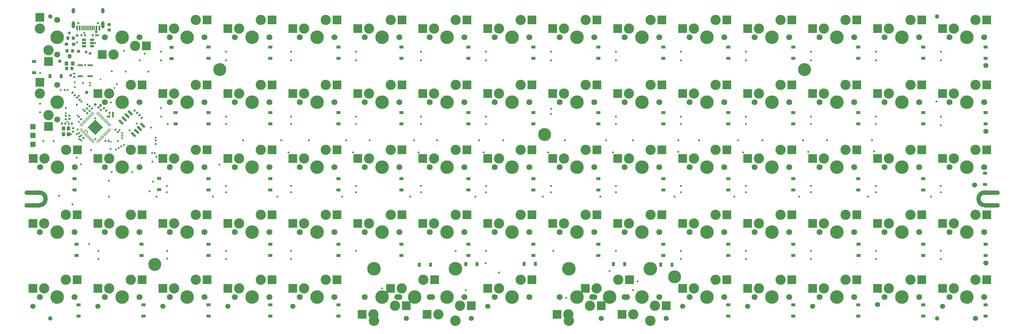
<source format=gbr>
%TF.GenerationSoftware,KiCad,Pcbnew,(6.0.4)*%
%TF.CreationDate,2022-10-29T20:57:45+01:00*%
%TF.ProjectId,nova75,6e6f7661-3735-42e6-9b69-6361645f7063,rev?*%
%TF.SameCoordinates,Original*%
%TF.FileFunction,Soldermask,Bot*%
%TF.FilePolarity,Negative*%
%FSLAX46Y46*%
G04 Gerber Fmt 4.6, Leading zero omitted, Abs format (unit mm)*
G04 Created by KiCad (PCBNEW (6.0.4)) date 2022-10-29 20:57:45*
%MOMM*%
%LPD*%
G01*
G04 APERTURE LIST*
G04 Aperture macros list*
%AMRoundRect*
0 Rectangle with rounded corners*
0 $1 Rounding radius*
0 $2 $3 $4 $5 $6 $7 $8 $9 X,Y pos of 4 corners*
0 Add a 4 corners polygon primitive as box body*
4,1,4,$2,$3,$4,$5,$6,$7,$8,$9,$2,$3,0*
0 Add four circle primitives for the rounded corners*
1,1,$1+$1,$2,$3*
1,1,$1+$1,$4,$5*
1,1,$1+$1,$6,$7*
1,1,$1+$1,$8,$9*
0 Add four rect primitives between the rounded corners*
20,1,$1+$1,$2,$3,$4,$5,0*
20,1,$1+$1,$4,$5,$6,$7,0*
20,1,$1+$1,$6,$7,$8,$9,0*
20,1,$1+$1,$8,$9,$2,$3,0*%
G04 Aperture macros list end*
%ADD10C,1.250000*%
%ADD11C,3.000000*%
%ADD12C,1.750000*%
%ADD13C,3.987800*%
%ADD14R,2.550000X2.500000*%
%ADD15C,2.200000*%
%ADD16C,3.800000*%
%ADD17C,3.048000*%
%ADD18C,1.300000*%
%ADD19R,2.500000X2.550000*%
%ADD20C,1.500000*%
%ADD21R,1.200000X0.900000*%
%ADD22R,1.500000X1.500000*%
%ADD23RoundRect,0.225000X-0.225000X-0.250000X0.225000X-0.250000X0.225000X0.250000X-0.225000X0.250000X0*%
%ADD24RoundRect,0.135000X0.226274X0.035355X0.035355X0.226274X-0.226274X-0.035355X-0.035355X-0.226274X0*%
%ADD25RoundRect,0.140000X-0.021213X0.219203X-0.219203X0.021213X0.021213X-0.219203X0.219203X-0.021213X0*%
%ADD26RoundRect,0.120000X-0.380000X-0.280000X0.380000X-0.280000X0.380000X0.280000X-0.380000X0.280000X0*%
%ADD27RoundRect,0.150000X0.350000X-0.425000X0.350000X0.425000X-0.350000X0.425000X-0.350000X-0.425000X0*%
%ADD28R,0.900000X1.200000*%
%ADD29RoundRect,0.082500X-0.667500X0.192500X-0.667500X-0.192500X0.667500X-0.192500X0.667500X0.192500X0*%
%ADD30C,0.650000*%
%ADD31R,0.600000X1.450000*%
%ADD32R,0.300000X1.450000*%
%ADD33O,1.000000X1.600000*%
%ADD34O,1.000000X2.100000*%
%ADD35RoundRect,0.135000X0.185000X-0.135000X0.185000X0.135000X-0.185000X0.135000X-0.185000X-0.135000X0*%
%ADD36RoundRect,0.140000X-0.140000X-0.170000X0.140000X-0.170000X0.140000X0.170000X-0.140000X0.170000X0*%
%ADD37RoundRect,0.050000X0.309359X-0.238649X-0.238649X0.309359X-0.309359X0.238649X0.238649X-0.309359X0*%
%ADD38RoundRect,0.050000X0.309359X0.238649X0.238649X0.309359X-0.309359X-0.238649X-0.238649X-0.309359X0*%
%ADD39RoundRect,0.144000X2.059095X0.000000X0.000000X2.059095X-2.059095X0.000000X0.000000X-2.059095X0*%
%ADD40C,1.000000*%
%ADD41RoundRect,0.135000X-0.135000X-0.185000X0.135000X-0.185000X0.135000X0.185000X-0.135000X0.185000X0*%
%ADD42RoundRect,0.150000X0.618718X-0.406586X-0.406586X0.618718X-0.618718X0.406586X0.406586X-0.618718X0*%
%ADD43RoundRect,0.135000X-0.226274X-0.035355X-0.035355X-0.226274X0.226274X0.035355X0.035355X0.226274X0*%
%ADD44RoundRect,0.135000X-0.185000X0.135000X-0.185000X-0.135000X0.185000X-0.135000X0.185000X0.135000X0*%
%ADD45RoundRect,0.140000X0.140000X0.170000X-0.140000X0.170000X-0.140000X-0.170000X0.140000X-0.170000X0*%
%ADD46RoundRect,0.140000X-0.219203X-0.021213X-0.021213X-0.219203X0.219203X0.021213X0.021213X0.219203X0*%
%ADD47RoundRect,0.218750X0.256250X-0.218750X0.256250X0.218750X-0.256250X0.218750X-0.256250X-0.218750X0*%
%ADD48RoundRect,0.140000X0.219203X0.021213X0.021213X0.219203X-0.219203X-0.021213X-0.021213X-0.219203X0*%
%ADD49RoundRect,0.150000X0.475000X0.150000X-0.475000X0.150000X-0.475000X-0.150000X0.475000X-0.150000X0*%
%ADD50RoundRect,0.147500X0.172500X-0.147500X0.172500X0.147500X-0.172500X0.147500X-0.172500X-0.147500X0*%
%ADD51RoundRect,0.218750X0.218750X0.256250X-0.218750X0.256250X-0.218750X-0.256250X0.218750X-0.256250X0*%
%ADD52R,1.016000X1.200000*%
%ADD53C,0.600000*%
%ADD54C,0.800000*%
%ADD55C,0.500000*%
G04 APERTURE END LIST*
D10*
%TO.C,HOLE*%
X28990518Y-109767675D02*
X32699418Y-109767675D01*
X32699418Y-106017675D02*
X28990518Y-106017675D01*
X32699418Y-109767675D02*
G75*
G03*
X32699418Y-106017675I0J1875000D01*
G01*
X309984710Y-109764059D02*
X313693610Y-109764059D01*
X313693610Y-106014059D02*
X309984710Y-106014059D01*
X309984710Y-106014059D02*
G75*
G03*
X309984710Y-109764059I0J-1875000D01*
G01*
%TD*%
D11*
%TO.C,K22*%
X148481700Y-77006330D03*
X154831700Y-74466330D03*
D12*
X147211700Y-79546330D03*
D13*
X152291700Y-79546330D03*
D12*
X157371700Y-79546330D03*
D14*
X145206700Y-77006330D03*
X158133700Y-74466330D03*
%TD*%
D11*
%TO.C,K20*%
X116731700Y-74466330D03*
D12*
X109111700Y-79546330D03*
X119271700Y-79546330D03*
D11*
X110381700Y-77006330D03*
D13*
X114191700Y-79546330D03*
D14*
X107106700Y-77006330D03*
X120033700Y-74466330D03*
%TD*%
D12*
%TO.C,K8*%
X166261700Y-60496330D03*
D11*
X173881700Y-55416330D03*
D12*
X176421700Y-60496330D03*
D13*
X171341700Y-60496330D03*
D11*
X167531700Y-57956330D03*
D14*
X164256700Y-57956330D03*
X177183700Y-55416330D03*
%TD*%
D13*
%TO.C,K71*%
X228491700Y-136696330D03*
D11*
X224681700Y-134156330D03*
D12*
X233571700Y-136696330D03*
D11*
X231031700Y-131616330D03*
D12*
X223411700Y-136696330D03*
D14*
X221406700Y-134156330D03*
X234333700Y-131616330D03*
%TD*%
D11*
%TO.C,K76*%
X130701700Y-141776330D03*
D13*
X133241700Y-136696330D03*
D12*
X128161700Y-136696330D03*
X138321700Y-136696330D03*
D11*
X137051700Y-139236330D03*
D14*
X140326700Y-139236330D03*
X127399700Y-141776330D03*
%TD*%
D12*
%TO.C,K23*%
X166261700Y-79546330D03*
D13*
X171341700Y-79546330D03*
D12*
X176421700Y-79546330D03*
D11*
X167531700Y-77006330D03*
X173881700Y-74466330D03*
D14*
X164256700Y-77006330D03*
X177183700Y-74466330D03*
%TD*%
D12*
%TO.C,K11*%
X223411700Y-60496330D03*
X233571700Y-60496330D03*
D13*
X228491700Y-60496330D03*
D11*
X231031700Y-55416330D03*
X224681700Y-57956330D03*
D14*
X221406700Y-57956330D03*
X234333700Y-55416330D03*
%TD*%
D15*
%TO.C,H9*%
X218990617Y-130796675D03*
X219366377Y-130796675D03*
X218608281Y-130796675D03*
D16*
X218990617Y-130796675D03*
%TD*%
D12*
%TO.C,K44*%
X280561700Y-98596330D03*
D11*
X281831700Y-96056330D03*
D13*
X285641700Y-98596330D03*
D11*
X288181700Y-93516330D03*
D12*
X290721700Y-98596330D03*
D14*
X278556700Y-96056330D03*
X291483700Y-93516330D03*
%TD*%
D12*
%TO.C,K5*%
X109111700Y-60496330D03*
D11*
X110381700Y-57956330D03*
D12*
X119271700Y-60496330D03*
D13*
X114191700Y-60496330D03*
D11*
X116731700Y-55416330D03*
D14*
X107106700Y-57956330D03*
X120033700Y-55416330D03*
%TD*%
D12*
%TO.C,K39*%
X195471700Y-98596330D03*
X185311700Y-98596330D03*
D11*
X192931700Y-93516330D03*
X186581700Y-96056330D03*
D13*
X190391700Y-98596330D03*
D14*
X183306700Y-96056330D03*
X196233700Y-93516330D03*
%TD*%
D11*
%TO.C,K17*%
X53231700Y-77006330D03*
D13*
X57041700Y-79546330D03*
D12*
X51961700Y-79546330D03*
D11*
X59581700Y-74466330D03*
D12*
X62121700Y-79546330D03*
D14*
X49956700Y-77006330D03*
X62883700Y-74466330D03*
%TD*%
D12*
%TO.C,K3*%
X71011700Y-60496330D03*
D11*
X78631700Y-55416330D03*
X72281700Y-57956330D03*
D12*
X81171700Y-60496330D03*
D13*
X76091700Y-60496330D03*
D14*
X69006700Y-57956330D03*
X81933700Y-55416330D03*
%TD*%
D13*
%TO.C,K66*%
X142766700Y-136696330D03*
D17*
X130828700Y-143681330D03*
D13*
X130828700Y-128441330D03*
X154704700Y-128441330D03*
D11*
X145306700Y-131616330D03*
D12*
X137686700Y-136696330D03*
D11*
X138956700Y-134156330D03*
D17*
X154704700Y-143681330D03*
D12*
X147846700Y-136696330D03*
D14*
X135681700Y-134156330D03*
X148608700Y-131616330D03*
%TD*%
D12*
%TO.C,K12*%
X252621700Y-60496330D03*
D11*
X243731700Y-57956330D03*
D12*
X242461700Y-60496330D03*
D13*
X247541700Y-60496330D03*
D11*
X250081700Y-55416330D03*
D14*
X240456700Y-57956330D03*
X253383700Y-55416330D03*
%TD*%
D11*
%TO.C,K49*%
X97681700Y-112566330D03*
X91331700Y-115106330D03*
D13*
X95141700Y-117646330D03*
D12*
X100221700Y-117646330D03*
X90061700Y-117646330D03*
D14*
X88056700Y-115106330D03*
X100983700Y-112566330D03*
%TD*%
D15*
%TO.C,H2*%
X85990723Y-70017291D03*
X85232627Y-70017291D03*
X85614963Y-70017291D03*
D16*
X85614963Y-70017291D03*
%TD*%
D12*
%TO.C,K43*%
X261511700Y-98596330D03*
X271671700Y-98596330D03*
D11*
X262781700Y-96056330D03*
X269131700Y-93516330D03*
D13*
X266591700Y-98596330D03*
D14*
X259506700Y-96056330D03*
X272433700Y-93516330D03*
%TD*%
D11*
%TO.C,K45*%
X307231700Y-93516330D03*
D13*
X304691700Y-98596330D03*
D12*
X299611700Y-98596330D03*
X309771700Y-98596330D03*
D11*
X300881700Y-96056330D03*
D14*
X297606700Y-96056330D03*
X310533700Y-93516330D03*
%TD*%
D11*
%TO.C,K34*%
X97681700Y-93516330D03*
D12*
X100221700Y-98596330D03*
D13*
X95141700Y-98596330D03*
D11*
X91331700Y-96056330D03*
D12*
X90061700Y-98596330D03*
D14*
X88056700Y-96056330D03*
X100983700Y-93516330D03*
%TD*%
D18*
%TO.C,H5*%
X295928700Y-142944330D03*
%TD*%
D11*
%TO.C,K61*%
X34181700Y-134156330D03*
D13*
X37991700Y-136696330D03*
D11*
X40531700Y-131616330D03*
D12*
X32911700Y-136696330D03*
X43071700Y-136696330D03*
D14*
X30906700Y-134156330D03*
X43833700Y-131616330D03*
%TD*%
D11*
%TO.C,K21*%
X129431700Y-77006330D03*
D12*
X138321700Y-79546330D03*
X128161700Y-79546330D03*
D11*
X135781700Y-74466330D03*
D13*
X133241700Y-79546330D03*
D14*
X126156700Y-77006330D03*
X139083700Y-74466330D03*
%TD*%
D13*
%TO.C,K1*%
X37991700Y-60496330D03*
D11*
X32911700Y-57956330D03*
X35451700Y-64306330D03*
D12*
X37991700Y-55416330D03*
X37991700Y-65576330D03*
D19*
X35451700Y-67581330D03*
X32911700Y-54654330D03*
%TD*%
D11*
%TO.C,K48*%
X78631700Y-112566330D03*
X72281700Y-115106330D03*
D12*
X71011700Y-117646330D03*
D13*
X76091700Y-117646330D03*
D12*
X81171700Y-117646330D03*
D14*
X69006700Y-115106330D03*
X81933700Y-112566330D03*
%TD*%
D12*
%TO.C,K52*%
X147211700Y-117646330D03*
D11*
X148481700Y-115106330D03*
D12*
X157371700Y-117646330D03*
D13*
X152291700Y-117646330D03*
D11*
X154831700Y-112566330D03*
D14*
X145206700Y-115106330D03*
X158133700Y-112566330D03*
%TD*%
D12*
%TO.C,K73*%
X271671700Y-136696330D03*
D11*
X269131700Y-131616330D03*
D12*
X261511700Y-136696330D03*
D13*
X266591700Y-136696330D03*
D11*
X262781700Y-134156330D03*
D14*
X259506700Y-134156330D03*
X272433700Y-131616330D03*
%TD*%
D13*
%TO.C,K41*%
X228491700Y-98596330D03*
D11*
X224681700Y-96056330D03*
D12*
X233571700Y-98596330D03*
X223411700Y-98596330D03*
D11*
X231031700Y-93516330D03*
D14*
X221406700Y-96056330D03*
X234333700Y-93516330D03*
%TD*%
D18*
%TO.C,H7*%
X295928700Y-54425330D03*
%TD*%
D12*
%TO.C,K2*%
X62121700Y-60496330D03*
X51961700Y-60496330D03*
D11*
X54501700Y-65576330D03*
X60851700Y-63036330D03*
D13*
X57041700Y-60496330D03*
D14*
X64126700Y-63036330D03*
X51199700Y-65576330D03*
%TD*%
D13*
%TO.C,K18*%
X76091700Y-79546330D03*
D11*
X72281700Y-77006330D03*
D12*
X71011700Y-79546330D03*
X81171700Y-79546330D03*
D11*
X78631700Y-74466330D03*
D14*
X69006700Y-77006330D03*
X81933700Y-74466330D03*
%TD*%
D12*
%TO.C,K7*%
X157371700Y-60496330D03*
D11*
X154831700Y-55416330D03*
D12*
X147211700Y-60496330D03*
D13*
X152291700Y-60496330D03*
D11*
X148481700Y-57956330D03*
D14*
X145206700Y-57956330D03*
X158133700Y-55416330D03*
%TD*%
D12*
%TO.C,K10*%
X214521700Y-60496330D03*
X204361700Y-60496330D03*
D13*
X209441700Y-60496330D03*
D11*
X211981700Y-55416330D03*
X205631700Y-57956330D03*
D14*
X202356700Y-57956330D03*
X215283700Y-55416330D03*
%TD*%
D13*
%TO.C,K24*%
X190391700Y-79546330D03*
D11*
X192931700Y-74466330D03*
D12*
X195471700Y-79546330D03*
D11*
X186581700Y-77006330D03*
D12*
X185311700Y-79546330D03*
D14*
X183306700Y-77006330D03*
X196233700Y-74466330D03*
%TD*%
D12*
%TO.C,K30*%
X299611700Y-79546330D03*
D11*
X307231700Y-74466330D03*
X300881700Y-77006330D03*
D12*
X309771700Y-79546330D03*
D13*
X304691700Y-79546330D03*
D14*
X297606700Y-77006330D03*
X310533700Y-74466330D03*
%TD*%
D12*
%TO.C,K55*%
X214521700Y-117646330D03*
D13*
X209441700Y-117646330D03*
D11*
X211981700Y-112566330D03*
D12*
X204361700Y-117646330D03*
D11*
X205631700Y-115106330D03*
D14*
X202356700Y-115106330D03*
X215283700Y-112566330D03*
%TD*%
D12*
%TO.C,K59*%
X280561700Y-117646330D03*
D11*
X281831700Y-115106330D03*
X288181700Y-112566330D03*
D12*
X290721700Y-117646330D03*
D13*
X285641700Y-117646330D03*
D14*
X278556700Y-115106330D03*
X291483700Y-112566330D03*
%TD*%
D13*
%TO.C,K62*%
X57041700Y-136696330D03*
D11*
X53231700Y-134156330D03*
D12*
X62121700Y-136696330D03*
X51961700Y-136696330D03*
D11*
X59581700Y-131616330D03*
D14*
X49956700Y-134156330D03*
X62883700Y-131616330D03*
%TD*%
D11*
%TO.C,K58*%
X269131700Y-112566330D03*
X262781700Y-115106330D03*
D12*
X261511700Y-117646330D03*
D13*
X266591700Y-117646330D03*
D12*
X271671700Y-117646330D03*
D14*
X259506700Y-115106330D03*
X272433700Y-112566330D03*
%TD*%
D11*
%TO.C,K37*%
X148481700Y-96056330D03*
D12*
X147211700Y-98596330D03*
D11*
X154831700Y-93516330D03*
D13*
X152291700Y-98596330D03*
D12*
X157371700Y-98596330D03*
D14*
X145206700Y-96056330D03*
X158133700Y-93516330D03*
%TD*%
D11*
%TO.C,K54*%
X186581700Y-115106330D03*
X192931700Y-112566330D03*
D13*
X190391700Y-117646330D03*
D12*
X185311700Y-117646330D03*
X195471700Y-117646330D03*
D14*
X183306700Y-115106330D03*
X196233700Y-112566330D03*
%TD*%
D12*
%TO.C,K15*%
X309771700Y-60496330D03*
D11*
X300881700Y-57956330D03*
D12*
X299611700Y-60496330D03*
D11*
X307231700Y-55416330D03*
D13*
X304691700Y-60496330D03*
D14*
X297606700Y-57956330D03*
X310533700Y-55416330D03*
%TD*%
D11*
%TO.C,K33*%
X78631700Y-93516330D03*
D13*
X76091700Y-98596330D03*
D11*
X72281700Y-96056330D03*
D12*
X81171700Y-98596330D03*
X71011700Y-98596330D03*
D14*
X69006700Y-96056330D03*
X81933700Y-93516330D03*
%TD*%
D12*
%TO.C,K31*%
X32984433Y-98592690D03*
X43144433Y-98592690D03*
D13*
X38064433Y-98592690D03*
D11*
X34254433Y-96052690D03*
X40604433Y-93512690D03*
D14*
X30979433Y-96052690D03*
X43906433Y-93512690D03*
%TD*%
D12*
%TO.C,K38*%
X166261700Y-98596330D03*
D13*
X171341700Y-98596330D03*
D12*
X176421700Y-98596330D03*
D11*
X167531700Y-96056330D03*
X173881700Y-93516330D03*
D14*
X164256700Y-96056330D03*
X177183700Y-93516330D03*
%TD*%
D12*
%TO.C,K4*%
X90061700Y-60496330D03*
D13*
X95141700Y-60496330D03*
D11*
X97681700Y-55416330D03*
X91331700Y-57956330D03*
D12*
X100221700Y-60496330D03*
D14*
X88056700Y-57956330D03*
X100983700Y-55416330D03*
%TD*%
D11*
%TO.C,K27*%
X243731700Y-77006330D03*
D12*
X252621700Y-79546330D03*
D11*
X250081700Y-74466330D03*
D12*
X242461700Y-79546330D03*
D13*
X247541700Y-79546330D03*
D14*
X240456700Y-77006330D03*
X253383700Y-74466330D03*
%TD*%
D11*
%TO.C,K14*%
X281831700Y-57956330D03*
D13*
X285641700Y-60496330D03*
D11*
X288181700Y-55416330D03*
D12*
X290721700Y-60496330D03*
X280561700Y-60496330D03*
D14*
X278556700Y-57956330D03*
X291483700Y-55416330D03*
%TD*%
D11*
%TO.C,K28*%
X269131700Y-74466330D03*
D12*
X261511700Y-79546330D03*
D13*
X266591700Y-79546330D03*
D11*
X262781700Y-77006330D03*
D12*
X271671700Y-79546330D03*
D14*
X259506700Y-77006330D03*
X272433700Y-74466330D03*
%TD*%
D12*
%TO.C,K70*%
X204361700Y-136696330D03*
D11*
X213251700Y-139236330D03*
X206901700Y-141776330D03*
D12*
X214521700Y-136696330D03*
D13*
X209441700Y-136696330D03*
D14*
X216526700Y-139236330D03*
X203599700Y-141776330D03*
%TD*%
D12*
%TO.C,K60*%
X309771700Y-117646330D03*
D13*
X304691700Y-117646330D03*
D11*
X307231700Y-112566330D03*
D12*
X299611700Y-117646330D03*
D11*
X300881700Y-115106330D03*
D14*
X297606700Y-115106330D03*
X310533700Y-112566330D03*
%TD*%
D12*
%TO.C,K6*%
X128161700Y-60496330D03*
D11*
X129431700Y-57956330D03*
D12*
X138321700Y-60496330D03*
D13*
X133241700Y-60496330D03*
D11*
X135781700Y-55416330D03*
D14*
X126156700Y-57956330D03*
X139083700Y-55416330D03*
%TD*%
D12*
%TO.C,K75*%
X299611700Y-136696330D03*
D13*
X304691700Y-136696330D03*
D11*
X307231700Y-131616330D03*
D12*
X309771700Y-136696330D03*
D11*
X300881700Y-134156330D03*
D14*
X297606700Y-134156330D03*
X310533700Y-131616330D03*
%TD*%
D11*
%TO.C,K19*%
X91331700Y-77006330D03*
D12*
X90061700Y-79546330D03*
D13*
X95141700Y-79546330D03*
D12*
X100221700Y-79546330D03*
D11*
X97681700Y-74466330D03*
D14*
X88056700Y-77006330D03*
X100983700Y-74466330D03*
%TD*%
D17*
%TO.C,K69*%
X187978700Y-143681330D03*
D13*
X199916700Y-136696330D03*
X211854700Y-128441330D03*
X187978700Y-128441330D03*
D11*
X196106700Y-134156330D03*
D12*
X194836700Y-136696330D03*
D17*
X211854700Y-143681330D03*
D12*
X204996700Y-136696330D03*
D11*
X202456700Y-131616330D03*
D14*
X192831700Y-134156330D03*
X205758700Y-131616330D03*
%TD*%
D11*
%TO.C,K25*%
X205631700Y-77006330D03*
D12*
X214521700Y-79546330D03*
D13*
X209441700Y-79546330D03*
D12*
X204361700Y-79546330D03*
D11*
X211981700Y-74466330D03*
D14*
X202356700Y-77006330D03*
X215283700Y-74466330D03*
%TD*%
D12*
%TO.C,K68*%
X176421700Y-136696330D03*
D11*
X173881700Y-131616330D03*
D13*
X171341700Y-136696330D03*
D12*
X166261700Y-136696330D03*
D11*
X167531700Y-134156330D03*
D14*
X164256700Y-134156330D03*
X177183700Y-131616330D03*
%TD*%
D11*
%TO.C,K13*%
X262781700Y-57956330D03*
D12*
X271671700Y-60496330D03*
X261511700Y-60496330D03*
D13*
X266591700Y-60496330D03*
D11*
X269131700Y-55416330D03*
D14*
X259506700Y-57956330D03*
X272433700Y-55416330D03*
%TD*%
D12*
%TO.C,K53*%
X166261700Y-117646330D03*
X176421700Y-117646330D03*
D11*
X167531700Y-115106330D03*
D13*
X171341700Y-117646330D03*
D11*
X173881700Y-112566330D03*
D14*
X164256700Y-115106330D03*
X177183700Y-112566330D03*
%TD*%
D12*
%TO.C,K74*%
X280561700Y-136696330D03*
D13*
X285641700Y-136696330D03*
D12*
X290721700Y-136696330D03*
D11*
X281831700Y-134156330D03*
X288181700Y-131616330D03*
D14*
X278556700Y-134156330D03*
X291483700Y-131616330D03*
%TD*%
D11*
%TO.C,K51*%
X135781700Y-112566330D03*
D12*
X128161700Y-117646330D03*
X138321700Y-117646330D03*
D11*
X129431700Y-115106330D03*
D13*
X133241700Y-117646330D03*
D14*
X126156700Y-115106330D03*
X139083700Y-112566330D03*
%TD*%
D18*
%TO.C,H1*%
X35959700Y-54425330D03*
%TD*%
D15*
%TO.C,H8*%
X257066377Y-69984605D03*
X256684041Y-69984605D03*
X257442137Y-69984605D03*
D16*
X257066377Y-69984605D03*
%TD*%
D11*
%TO.C,K64*%
X91331700Y-134156330D03*
X97681700Y-131616330D03*
D12*
X100221700Y-136696330D03*
X90061700Y-136696330D03*
D13*
X95141700Y-136696330D03*
D14*
X88056700Y-134156330D03*
X100983700Y-131616330D03*
%TD*%
D11*
%TO.C,K56*%
X231031700Y-112566330D03*
D13*
X228491700Y-117646330D03*
D12*
X233571700Y-117646330D03*
D11*
X224681700Y-115106330D03*
D12*
X223411700Y-117646330D03*
D14*
X221406700Y-115106330D03*
X234333700Y-112566330D03*
%TD*%
D11*
%TO.C,K72*%
X250081700Y-131616330D03*
D12*
X252621700Y-136696330D03*
D13*
X247541700Y-136696330D03*
D12*
X242461700Y-136696330D03*
D11*
X243731700Y-134156330D03*
D14*
X240456700Y-134156330D03*
X253383700Y-131616330D03*
%TD*%
D15*
%TO.C,H4*%
X180870757Y-89073713D03*
X181246517Y-89073713D03*
X180488421Y-89073713D03*
D16*
X180870757Y-89073713D03*
%TD*%
D11*
%TO.C,K47*%
X59581700Y-112566330D03*
D12*
X51961700Y-117646330D03*
X62121700Y-117646330D03*
D11*
X53231700Y-115106330D03*
D13*
X57041700Y-117646330D03*
D14*
X49956700Y-115106330D03*
X62883700Y-112566330D03*
%TD*%
D11*
%TO.C,K67*%
X149751700Y-141776330D03*
D12*
X157371700Y-136696330D03*
D11*
X156101700Y-139236330D03*
D12*
X147211700Y-136696330D03*
D13*
X152291700Y-136696330D03*
D14*
X159376700Y-139236330D03*
X146449700Y-141776330D03*
%TD*%
D13*
%TO.C,K77*%
X190391700Y-136696330D03*
D12*
X195471700Y-136696330D03*
X185311700Y-136696330D03*
D11*
X194201700Y-139236330D03*
X187851700Y-141776330D03*
D14*
X197476700Y-139236330D03*
X184549700Y-141776330D03*
%TD*%
D11*
%TO.C,K29*%
X288181700Y-74466330D03*
D13*
X285641700Y-79546330D03*
D11*
X281831700Y-77006330D03*
D12*
X290721700Y-79546330D03*
X280561700Y-79546330D03*
D14*
X278556700Y-77006330D03*
X291483700Y-74466330D03*
%TD*%
D13*
%TO.C,K35*%
X114191700Y-98596330D03*
D11*
X116731700Y-93516330D03*
X110381700Y-96056330D03*
D12*
X119271700Y-98596330D03*
X109111700Y-98596330D03*
D14*
X107106700Y-96056330D03*
X120033700Y-93516330D03*
%TD*%
D15*
%TO.C,H6*%
X66942782Y-127163469D03*
X66184686Y-127163469D03*
X66567022Y-127163469D03*
D16*
X66567022Y-127163469D03*
%TD*%
D11*
%TO.C,K46*%
X40531700Y-112566330D03*
X34181700Y-115106330D03*
D12*
X43071700Y-117646330D03*
D13*
X37991700Y-117646330D03*
D12*
X32911700Y-117646330D03*
D14*
X30906700Y-115106330D03*
X43833700Y-112566330D03*
%TD*%
D11*
%TO.C,K9*%
X186581700Y-57956330D03*
D12*
X185311700Y-60496330D03*
X195471700Y-60496330D03*
D11*
X192931700Y-55416330D03*
D13*
X190391700Y-60496330D03*
D14*
X183306700Y-57956330D03*
X196233700Y-55416330D03*
%TD*%
D12*
%TO.C,K16*%
X37991700Y-74466330D03*
D11*
X35451700Y-83356330D03*
D13*
X37991700Y-79546330D03*
D11*
X32911700Y-77006330D03*
D12*
X37991700Y-84626330D03*
D19*
X35451700Y-86631330D03*
X32911700Y-73704330D03*
%TD*%
D11*
%TO.C,K63*%
X78631700Y-131616330D03*
D13*
X76091700Y-136696330D03*
D11*
X72281700Y-134156330D03*
D12*
X71011700Y-136696330D03*
X81171700Y-136696330D03*
D14*
X69006700Y-134156330D03*
X81933700Y-131616330D03*
%TD*%
D11*
%TO.C,K26*%
X224681700Y-77006330D03*
D12*
X223411700Y-79546330D03*
D13*
X228491700Y-79546330D03*
D11*
X231031700Y-74466330D03*
D12*
X233571700Y-79546330D03*
D14*
X221406700Y-77006330D03*
X234333700Y-74466330D03*
%TD*%
D18*
%TO.C,H3*%
X35959700Y-142944330D03*
%TD*%
D11*
%TO.C,K42*%
X243731700Y-96056330D03*
D12*
X252621700Y-98596330D03*
D13*
X247541700Y-98596330D03*
D12*
X242461700Y-98596330D03*
D11*
X250081700Y-93516330D03*
D14*
X240456700Y-96056330D03*
X253383700Y-93516330D03*
%TD*%
D13*
%TO.C,K40*%
X209441700Y-98596330D03*
D12*
X204361700Y-98596330D03*
D11*
X205631700Y-96056330D03*
X211981700Y-93516330D03*
D12*
X214521700Y-98596330D03*
D14*
X202356700Y-96056330D03*
X215283700Y-93516330D03*
%TD*%
D13*
%TO.C,K65*%
X114191700Y-136696330D03*
D11*
X116731700Y-131616330D03*
D12*
X119271700Y-136696330D03*
X109111700Y-136696330D03*
D11*
X110381700Y-134156330D03*
D14*
X107106700Y-134156330D03*
X120033700Y-131616330D03*
%TD*%
D11*
%TO.C,K32*%
X53231700Y-96056330D03*
D12*
X62121700Y-98596330D03*
X51961700Y-98596330D03*
D11*
X59581700Y-93516330D03*
D13*
X57041700Y-98596330D03*
D14*
X49956700Y-96056330D03*
X62883700Y-93516330D03*
%TD*%
D11*
%TO.C,K50*%
X110381700Y-115106330D03*
X116731700Y-112566330D03*
D12*
X109111700Y-117646330D03*
D13*
X114191700Y-117646330D03*
D12*
X119271700Y-117646330D03*
D14*
X107106700Y-115106330D03*
X120033700Y-112566330D03*
%TD*%
D12*
%TO.C,K57*%
X242461700Y-117646330D03*
D11*
X250081700Y-112566330D03*
D12*
X252621700Y-117646330D03*
D11*
X243731700Y-115106330D03*
D13*
X247541700Y-117646330D03*
D14*
X240456700Y-115106330D03*
X253383700Y-112566330D03*
%TD*%
D13*
%TO.C,K36*%
X133241700Y-98596330D03*
D11*
X135781700Y-93516330D03*
D12*
X138321700Y-98596330D03*
D11*
X129431700Y-96056330D03*
D12*
X128161700Y-98596330D03*
D14*
X126156700Y-96056330D03*
X139083700Y-93516330D03*
%TD*%
D20*
%TO.C,TP20*%
X216553700Y-142944330D03*
%TD*%
%TO.C,TP13*%
X68979700Y-139388330D03*
%TD*%
D21*
%TO.C,D64*%
X82341700Y-142317330D03*
X82341700Y-139017330D03*
%TD*%
D22*
%TO.C,TP6*%
X30888613Y-86756059D03*
%TD*%
D21*
%TO.C,D56*%
X215691700Y-124492330D03*
X215691700Y-121192330D03*
%TD*%
D23*
%TO.C,C3*%
X40899700Y-64458330D03*
X42449700Y-64458330D03*
%TD*%
D21*
%TO.C,D23*%
X158541700Y-85892330D03*
X158541700Y-82592330D03*
%TD*%
D24*
%TO.C,R6*%
X43178324Y-77518954D03*
X42457076Y-76797706D03*
%TD*%
D21*
%TO.C,D9*%
X196641700Y-66692330D03*
X196641700Y-63392330D03*
%TD*%
%TO.C,D3*%
X82341700Y-66692330D03*
X82341700Y-63392330D03*
%TD*%
D25*
%TO.C,C14*%
X45697288Y-90046098D03*
X45018466Y-90724920D03*
%TD*%
D26*
%TO.C,D16*%
X40665920Y-62548108D03*
X42765920Y-62548108D03*
%TD*%
D22*
%TO.C,TP7*%
X30888613Y-89315988D03*
%TD*%
D27*
%TO.C,Y1*%
X39852946Y-88966455D03*
X39852946Y-87216455D03*
X41252946Y-87216455D03*
X41252946Y-88966455D03*
%TD*%
D21*
%TO.C,D5*%
X120441700Y-66692330D03*
X120441700Y-63392330D03*
%TD*%
%TO.C,D14*%
X291891700Y-66692330D03*
X291891700Y-63392330D03*
%TD*%
D28*
%TO.C,D69*%
X218203700Y-127196330D03*
X214903700Y-127196330D03*
%TD*%
D29*
%TO.C,SW1*%
X47643700Y-68675330D03*
X47643700Y-71925330D03*
%TD*%
D25*
%TO.C,C11*%
X47422963Y-82112492D03*
X46744141Y-82791314D03*
%TD*%
D30*
%TO.C,J1*%
X49939181Y-56338330D03*
X44159181Y-56338330D03*
D31*
X43799181Y-57783330D03*
X44599181Y-57783330D03*
D32*
X45799181Y-57783330D03*
X46799181Y-57783330D03*
X47299181Y-57783330D03*
X48299181Y-57783330D03*
D31*
X49499181Y-57783330D03*
X50299181Y-57783330D03*
X50299181Y-57783330D03*
X49499181Y-57783330D03*
D32*
X48799181Y-57783330D03*
X47799181Y-57783330D03*
X46299181Y-57783330D03*
X45299181Y-57783330D03*
D31*
X44599181Y-57783330D03*
X43799181Y-57783330D03*
D33*
X51369181Y-52688330D03*
X42729181Y-52688330D03*
D34*
X42729181Y-56868330D03*
X51369181Y-56868330D03*
%TD*%
D35*
%TO.C,R10*%
X42944700Y-72207330D03*
X42944700Y-71187330D03*
%TD*%
D36*
%TO.C,C10*%
X53344214Y-82673752D03*
X54304214Y-82673752D03*
%TD*%
D20*
%TO.C,TP16*%
X140353700Y-142944330D03*
%TD*%
D21*
%TO.C,D38*%
X158541700Y-105317330D03*
X158541700Y-102017330D03*
%TD*%
D28*
%TO.C,D67*%
X161053700Y-127069330D03*
X157753700Y-127069330D03*
%TD*%
D21*
%TO.C,D46*%
X310025700Y-103650000D03*
X310025700Y-100350000D03*
%TD*%
D37*
%TO.C,U1*%
X53458103Y-87540657D03*
X53175260Y-87823500D03*
X52892418Y-88106342D03*
X52609575Y-88389185D03*
X52326732Y-88672028D03*
X52043890Y-88954870D03*
X51761047Y-89237713D03*
X51478204Y-89520556D03*
X51195361Y-89803399D03*
X50912519Y-90086241D03*
X50629676Y-90369084D03*
X50346833Y-90651927D03*
X50063991Y-90934769D03*
X49781148Y-91217612D03*
D38*
X48596744Y-91217612D03*
X48313901Y-90934769D03*
X48031059Y-90651927D03*
X47748216Y-90369084D03*
X47465373Y-90086241D03*
X47182531Y-89803399D03*
X46899688Y-89520556D03*
X46616845Y-89237713D03*
X46334002Y-88954870D03*
X46051160Y-88672028D03*
X45768317Y-88389185D03*
X45485474Y-88106342D03*
X45202632Y-87823500D03*
X44919789Y-87540657D03*
D37*
X44919789Y-86356253D03*
X45202632Y-86073410D03*
X45485474Y-85790568D03*
X45768317Y-85507725D03*
X46051160Y-85224882D03*
X46334002Y-84942040D03*
X46616845Y-84659197D03*
X46899688Y-84376354D03*
X47182531Y-84093511D03*
X47465373Y-83810669D03*
X47748216Y-83527826D03*
X48031059Y-83244983D03*
X48313901Y-82962141D03*
X48596744Y-82679298D03*
D38*
X49781148Y-82679298D03*
X50063991Y-82962141D03*
X50346833Y-83244983D03*
X50629676Y-83527826D03*
X50912519Y-83810669D03*
X51195361Y-84093511D03*
X51478204Y-84376354D03*
X51761047Y-84659197D03*
X52043890Y-84942040D03*
X52326732Y-85224882D03*
X52609575Y-85507725D03*
X52892418Y-85790568D03*
X53175260Y-86073410D03*
X53458103Y-86356253D03*
D39*
X49188946Y-86948455D03*
%TD*%
D21*
%TO.C,D34*%
X82341700Y-105317330D03*
X82341700Y-102017330D03*
%TD*%
D20*
%TO.C,TP21*%
X221379700Y-139388330D03*
%TD*%
%TO.C,TP2*%
X310279700Y-88080330D03*
%TD*%
D21*
%TO.C,D41*%
X215691700Y-105317330D03*
X215691700Y-102017330D03*
%TD*%
%TO.C,D15*%
X310191700Y-66692330D03*
X310191700Y-63392330D03*
%TD*%
%TO.C,D49*%
X82341700Y-124492330D03*
X82341700Y-121192330D03*
%TD*%
%TO.C,D50*%
X100491700Y-124492330D03*
X100491700Y-121192330D03*
%TD*%
%TO.C,D19*%
X82341700Y-85892330D03*
X82341700Y-82592330D03*
%TD*%
%TO.C,D45*%
X291891700Y-105317330D03*
X291891700Y-102017330D03*
%TD*%
D40*
%TO.C,TP8*%
X38753700Y-67506330D03*
%TD*%
D20*
%TO.C,TP15*%
X107079700Y-139388330D03*
%TD*%
D41*
%TO.C,R1*%
X45101700Y-59886330D03*
X46121700Y-59886330D03*
%TD*%
D21*
%TO.C,D32*%
X43071700Y-105317330D03*
X43071700Y-102017330D03*
%TD*%
D20*
%TO.C,TP11*%
X30879700Y-139388330D03*
%TD*%
D36*
%TO.C,C9*%
X52116877Y-90937455D03*
X53076877Y-90937455D03*
%TD*%
D21*
%TO.C,D42*%
X234741700Y-105317330D03*
X234741700Y-102017330D03*
%TD*%
D24*
%TO.C,R8*%
X61411812Y-82695799D03*
X60690564Y-81974551D03*
%TD*%
D21*
%TO.C,D61*%
X310191700Y-124492330D03*
X310191700Y-121192330D03*
%TD*%
%TO.C,D11*%
X234741700Y-66692330D03*
X234741700Y-63392330D03*
%TD*%
D20*
%TO.C,TP25*%
X297579700Y-139388330D03*
%TD*%
D21*
%TO.C,D24*%
X177591700Y-85892330D03*
X177591700Y-82592330D03*
%TD*%
%TO.C,D22*%
X138941700Y-85892330D03*
X138941700Y-82592330D03*
%TD*%
D20*
%TO.C,TP18*%
X164229700Y-139388330D03*
%TD*%
%TO.C,TP23*%
X259479700Y-139388330D03*
%TD*%
%TO.C,TP12*%
X49929700Y-139388330D03*
%TD*%
D21*
%TO.C,D25*%
X196641700Y-85892330D03*
X196641700Y-82592330D03*
%TD*%
%TO.C,D73*%
X291891700Y-142317330D03*
X291891700Y-139017330D03*
%TD*%
%TO.C,D47*%
X43691700Y-124492330D03*
X43691700Y-121192330D03*
%TD*%
D28*
%TO.C,D75*%
X147464700Y-127196330D03*
X144164700Y-127196330D03*
%TD*%
D21*
%TO.C,D57*%
X234741700Y-124492330D03*
X234741700Y-121192330D03*
%TD*%
D42*
%TO.C,U4*%
X63029115Y-86316532D03*
X62131090Y-87214557D03*
X61233064Y-88112583D03*
X60335039Y-89010608D03*
X56693439Y-85369008D03*
X57591464Y-84470983D03*
X58489490Y-83572957D03*
X59387515Y-82674932D03*
%TD*%
D20*
%TO.C,TP19*%
X197503700Y-142944330D03*
%TD*%
D21*
%TO.C,D26*%
X215691700Y-85892330D03*
X215691700Y-82592330D03*
%TD*%
%TO.C,D43*%
X253791700Y-105317330D03*
X253791700Y-102017330D03*
%TD*%
%TO.C,D53*%
X158541700Y-124492330D03*
X158541700Y-121192330D03*
%TD*%
%TO.C,D71*%
X253791700Y-142317330D03*
X253791700Y-139017330D03*
%TD*%
%TO.C,D27*%
X234741700Y-85892330D03*
X234741700Y-82592330D03*
%TD*%
%TO.C,D54*%
X177591700Y-124492330D03*
X177591700Y-121192330D03*
%TD*%
D29*
%TO.C,SW2*%
X44722700Y-68675330D03*
X44722700Y-71925330D03*
%TD*%
D21*
%TO.C,D63*%
X63291700Y-142317330D03*
X63291700Y-139017330D03*
%TD*%
D43*
%TO.C,R4*%
X50077076Y-81115706D03*
X50798324Y-81836954D03*
%TD*%
D28*
%TO.C,D76*%
X204360700Y-127069330D03*
X201060700Y-127069330D03*
%TD*%
D20*
%TO.C,TP14*%
X88029700Y-139388330D03*
%TD*%
D44*
%TO.C,R11*%
X40531700Y-83503970D03*
X40531700Y-84523970D03*
%TD*%
D21*
%TO.C,D20*%
X100491700Y-85892330D03*
X100491700Y-82592330D03*
%TD*%
%TO.C,D52*%
X138941700Y-124492330D03*
X138941700Y-121192330D03*
%TD*%
%TO.C,D7*%
X158541700Y-66692330D03*
X158541700Y-63392330D03*
%TD*%
D45*
%TO.C,C2*%
X42332946Y-85841455D03*
X41372946Y-85841455D03*
%TD*%
D21*
%TO.C,D6*%
X138941700Y-66692330D03*
X138941700Y-63392330D03*
%TD*%
%TO.C,D60*%
X291891700Y-124492330D03*
X291891700Y-121192330D03*
%TD*%
D46*
%TO.C,C12*%
X55051466Y-87611559D03*
X55730288Y-88290381D03*
%TD*%
D21*
%TO.C,D65*%
X100491700Y-142317330D03*
X100491700Y-139017330D03*
%TD*%
D20*
%TO.C,TP17*%
X159403700Y-142944330D03*
%TD*%
D22*
%TO.C,TP5*%
X30888613Y-91875917D03*
%TD*%
D21*
%TO.C,D70*%
X234741700Y-142317330D03*
X234741700Y-139017330D03*
%TD*%
D36*
%TO.C,C7*%
X53344214Y-83658978D03*
X54304214Y-83658978D03*
%TD*%
D21*
%TO.C,D10*%
X215691700Y-66692330D03*
X215691700Y-63392330D03*
%TD*%
%TO.C,D59*%
X272924997Y-124476607D03*
X272924997Y-121176607D03*
%TD*%
D28*
%TO.C,D68*%
X178198700Y-126942330D03*
X174898700Y-126942330D03*
%TD*%
D23*
%TO.C,C4*%
X40772700Y-69665330D03*
X42322700Y-69665330D03*
%TD*%
D40*
%TO.C,TP9*%
X46627700Y-76650330D03*
%TD*%
D21*
%TO.C,D72*%
X272841700Y-142317330D03*
X272841700Y-139017330D03*
%TD*%
D47*
%TO.C,FB1*%
X53231700Y-58387830D03*
X53231700Y-56812830D03*
%TD*%
D21*
%TO.C,D44*%
X272841700Y-105317330D03*
X272841700Y-102017330D03*
%TD*%
%TO.C,D36*%
X120441700Y-105317330D03*
X120441700Y-102017330D03*
%TD*%
%TO.C,D58*%
X253791700Y-124492330D03*
X253791700Y-121192330D03*
%TD*%
D20*
%TO.C,TP1*%
X310279700Y-68776330D03*
%TD*%
%TO.C,TP24*%
X278529700Y-138863330D03*
%TD*%
D21*
%TO.C,D40*%
X196641700Y-105317330D03*
X196641700Y-102017330D03*
%TD*%
D24*
%TO.C,R7*%
X44575324Y-78915954D03*
X43854076Y-78194706D03*
%TD*%
D21*
%TO.C,D35*%
X100491700Y-105317330D03*
X100491700Y-102017330D03*
%TD*%
%TO.C,D55*%
X196641700Y-124492330D03*
X196641700Y-121192330D03*
%TD*%
D48*
%TO.C,C6*%
X48127611Y-81451963D03*
X47448789Y-80773141D03*
%TD*%
D21*
%TO.C,D8*%
X177591700Y-66692330D03*
X177591700Y-63392330D03*
%TD*%
D43*
%TO.C,R9*%
X62091453Y-83399346D03*
X62812701Y-84120594D03*
%TD*%
D21*
%TO.C,D37*%
X138941700Y-105317330D03*
X138941700Y-102017330D03*
%TD*%
%TO.C,D29*%
X272841700Y-85892330D03*
X272841700Y-82592330D03*
%TD*%
%TO.C,D33*%
X67836700Y-105224330D03*
X67836700Y-101924330D03*
%TD*%
D20*
%TO.C,TP3*%
X306977700Y-103828330D03*
%TD*%
D49*
%TO.C,U3*%
X48183700Y-61222330D03*
X48183700Y-62172330D03*
X48183700Y-63122330D03*
X45833700Y-63122330D03*
X45833700Y-62172330D03*
X45833700Y-61222330D03*
%TD*%
D20*
%TO.C,TP4*%
X310279700Y-126688330D03*
%TD*%
D21*
%TO.C,D1*%
X31229641Y-70880974D03*
X31229641Y-67580974D03*
%TD*%
D40*
%TO.C,TP26*%
X44239268Y-64669721D03*
%TD*%
D21*
%TO.C,D74*%
X310191700Y-142317330D03*
X310191700Y-139017330D03*
%TD*%
%TO.C,D39*%
X177591700Y-105317330D03*
X177591700Y-102017330D03*
%TD*%
%TO.C,D21*%
X120441700Y-85892330D03*
X120441700Y-82592330D03*
%TD*%
%TO.C,D31*%
X310191700Y-85892330D03*
X310191700Y-82592330D03*
%TD*%
%TO.C,D30*%
X291891700Y-85892330D03*
X291891700Y-82592330D03*
%TD*%
D44*
%TO.C,R5*%
X42602946Y-87181455D03*
X42602946Y-88201455D03*
%TD*%
D21*
%TO.C,D4*%
X100491700Y-66692330D03*
X100491700Y-63392330D03*
%TD*%
D43*
%TO.C,R3*%
X51674736Y-81295552D03*
X52395984Y-82016800D03*
%TD*%
D21*
%TO.C,D12*%
X253791700Y-66692330D03*
X253791700Y-63392330D03*
%TD*%
D50*
%TO.C,D77*%
X41547700Y-84498970D03*
X41547700Y-83528970D03*
%TD*%
D21*
%TO.C,D62*%
X44241700Y-142317330D03*
X44241700Y-139017330D03*
%TD*%
D51*
%TO.C,F1*%
X42716200Y-60775330D03*
X41141200Y-60775330D03*
%TD*%
D25*
%TO.C,C5*%
X46727168Y-81413306D03*
X46048346Y-82092128D03*
%TD*%
D28*
%TO.C,D17*%
X39133700Y-71951330D03*
X35833700Y-71951330D03*
%TD*%
D20*
%TO.C,TP22*%
X240429700Y-139388330D03*
%TD*%
D21*
%TO.C,D51*%
X120441700Y-124492330D03*
X120441700Y-121192330D03*
%TD*%
%TO.C,D66*%
X120441700Y-142317330D03*
X120441700Y-139017330D03*
%TD*%
D36*
%TO.C,C1*%
X39372946Y-85841455D03*
X40332946Y-85841455D03*
%TD*%
D21*
%TO.C,D13*%
X272841700Y-66692330D03*
X272841700Y-63392330D03*
%TD*%
D52*
%TO.C,U2*%
X42565920Y-68185330D03*
X40665920Y-68185330D03*
X41615920Y-66065330D03*
%TD*%
D48*
%TO.C,C8*%
X44992201Y-89377715D03*
X44313379Y-88698893D03*
%TD*%
D21*
%TO.C,D18*%
X72662700Y-85920330D03*
X72662700Y-82620330D03*
%TD*%
%TO.C,D2*%
X71519700Y-66743330D03*
X71519700Y-63443330D03*
%TD*%
%TO.C,D28*%
X253791700Y-85892330D03*
X253791700Y-82592330D03*
%TD*%
D48*
%TO.C,C13*%
X45020085Y-84568169D03*
X44341263Y-83889347D03*
%TD*%
D41*
%TO.C,R2*%
X48403700Y-59886330D03*
X49423700Y-59886330D03*
%TD*%
D21*
%TO.C,D48*%
X62741700Y-124492330D03*
X62741700Y-121192330D03*
%TD*%
D20*
%TO.C,TP10*%
X307248700Y-142944330D03*
%TD*%
D53*
X44481847Y-89614580D03*
X49154461Y-84296862D03*
X52760104Y-83743470D03*
X39007700Y-76015330D03*
X33000000Y-71000000D03*
X47643700Y-73856330D03*
D54*
X47643700Y-65220330D03*
X50691700Y-80460330D03*
X49167700Y-80206330D03*
X46455564Y-64807610D03*
D53*
X44341877Y-85283970D03*
X44323000Y-77724000D03*
X40182200Y-76015330D03*
X70376700Y-86000000D03*
X47643700Y-74612830D03*
X55517700Y-74342830D03*
X44976700Y-97732330D03*
X43706700Y-95827330D03*
X65804700Y-94430330D03*
X65931700Y-96970330D03*
X43106576Y-75142330D03*
X62191700Y-67242330D03*
X50091700Y-123142330D03*
X41025200Y-76015330D03*
X50091700Y-125500000D03*
X66058700Y-102812330D03*
X63645700Y-65347330D03*
X65042700Y-105733330D03*
X67091700Y-95542330D03*
X68471700Y-83762330D03*
X68471700Y-64712330D03*
X70122700Y-104082330D03*
X66566700Y-94430330D03*
X68471700Y-67252330D03*
X68471700Y-81222330D03*
X70249700Y-125418330D03*
X70249700Y-123132330D03*
X70122700Y-106000000D03*
X87521700Y-85912830D03*
X87521700Y-104082330D03*
X87521700Y-83762330D03*
X87521700Y-125500000D03*
X87521700Y-64712330D03*
X87521700Y-106000000D03*
X87521700Y-67252330D03*
X53612700Y-93246537D03*
X87521700Y-123132330D03*
X85591700Y-97842330D03*
X106571700Y-106000000D03*
X106571700Y-64712330D03*
X106571700Y-125500000D03*
X105791700Y-94242330D03*
X106571700Y-67252330D03*
X106571700Y-123132330D03*
X106571700Y-83762330D03*
X106571700Y-104082330D03*
X55243077Y-93437262D03*
X106571700Y-85912830D03*
X125621700Y-64712330D03*
X125621700Y-104082330D03*
X125621700Y-83762330D03*
X124791700Y-94242330D03*
X56012107Y-92991263D03*
X125621700Y-85912830D03*
X125621700Y-123132330D03*
X125621700Y-106000000D03*
X133241700Y-134181330D03*
X125621700Y-67252330D03*
X144671700Y-64712330D03*
X144671700Y-67252330D03*
X144671700Y-85912830D03*
X157752700Y-134689330D03*
X144671700Y-83762330D03*
X143991700Y-94242330D03*
X56750604Y-92468417D03*
X154831700Y-123132330D03*
X144671700Y-104082330D03*
X144671700Y-106000000D03*
X206774700Y-134689330D03*
X208171700Y-132149330D03*
X57549700Y-92047561D03*
X163721700Y-85912830D03*
X163721700Y-123132330D03*
X163721700Y-83762330D03*
X163721700Y-104082330D03*
X162991700Y-94242330D03*
X163721700Y-106000000D03*
X163721700Y-67252330D03*
X163721700Y-64712330D03*
X163594700Y-126815330D03*
X182771700Y-106000000D03*
X66820700Y-91816817D03*
X183406700Y-123132330D03*
X182771700Y-67252330D03*
X182771700Y-104082330D03*
X182771700Y-83000330D03*
X181891700Y-94242330D03*
X187216700Y-136975330D03*
X182771700Y-64712330D03*
X182771700Y-81476330D03*
X201821700Y-85912830D03*
X201821700Y-67252330D03*
X201821700Y-83762330D03*
X201821700Y-64712330D03*
X55737865Y-90988550D03*
X201821700Y-123132330D03*
X201821700Y-106000000D03*
X201821700Y-104082330D03*
X199916700Y-129101330D03*
X200991700Y-94242330D03*
X220091700Y-94142330D03*
X220871700Y-64712330D03*
X220871700Y-106000000D03*
X220871700Y-104082330D03*
X66820700Y-90747330D03*
X220871700Y-85912830D03*
X220871700Y-125500000D03*
X220871700Y-67252330D03*
X220871700Y-123132330D03*
X220871700Y-83762330D03*
X239921700Y-85912830D03*
X239921700Y-64712330D03*
X66820700Y-89985330D03*
X239921700Y-83762330D03*
X239921700Y-67252330D03*
X239921700Y-123132330D03*
X239921700Y-104082330D03*
X239091700Y-94242330D03*
X239921700Y-106000000D03*
X240000000Y-125500000D03*
X258971700Y-83762330D03*
X57041700Y-90088470D03*
X258971700Y-85912830D03*
X258191700Y-94142330D03*
X258971700Y-64712330D03*
X258971700Y-104082330D03*
X258971700Y-67252330D03*
X258971700Y-123132330D03*
X259000000Y-125500000D03*
X258971700Y-106000000D03*
X278021700Y-64712330D03*
X278021700Y-85912830D03*
X57041700Y-89338967D03*
X278021700Y-123132330D03*
X278021700Y-83762330D03*
X278021700Y-67252330D03*
X278021700Y-125500000D03*
X278021700Y-104082330D03*
X278021700Y-106000000D03*
X277491700Y-93942330D03*
X295791700Y-79342330D03*
X297071700Y-67252330D03*
X297071700Y-64712330D03*
X297071700Y-106000000D03*
X57041700Y-88589464D03*
X297071700Y-86302330D03*
X297071700Y-83762330D03*
X297071700Y-125500000D03*
X297071700Y-104082330D03*
X297071700Y-123132330D03*
D55*
X46394973Y-87847603D03*
X46869913Y-88307087D03*
X50691700Y-72840330D03*
X54755700Y-75380330D03*
D54*
X41928700Y-71697330D03*
X49428681Y-58870330D03*
X43833700Y-60013330D03*
D53*
X43106576Y-73750830D03*
X43961946Y-87537455D03*
X50073517Y-87736500D03*
X33906200Y-90975500D03*
X45962432Y-59268425D03*
D55*
X53702302Y-91126653D03*
D53*
X49188946Y-90377455D03*
X54293196Y-83120984D03*
X46863000Y-80264000D03*
X44468877Y-90363970D03*
X43729112Y-80310918D03*
X42053446Y-88932047D03*
X50038000Y-59886330D03*
X43706877Y-88966970D03*
X59200877Y-87823970D03*
D54*
X41547700Y-59251330D03*
D53*
X49188946Y-88472455D03*
X45085000Y-79375000D03*
X48426946Y-86059455D03*
X49181748Y-86884661D03*
X46208604Y-68642983D03*
X47537946Y-86948455D03*
X40500200Y-81222330D03*
D55*
X40849840Y-85256047D03*
X43942000Y-83439000D03*
D53*
X40531700Y-82765470D03*
X43833700Y-62045330D03*
X49188946Y-85297455D03*
X56261000Y-87757000D03*
X48383149Y-87683260D03*
X65500000Y-87000000D03*
X53739700Y-79670330D03*
D55*
X45593000Y-81661000D03*
D53*
X37000000Y-90975500D03*
X49953728Y-86139302D03*
X50818877Y-86924591D03*
X48000000Y-93500000D03*
X49167700Y-62172330D03*
X61232877Y-85791970D03*
X45500000Y-74000000D03*
X237635700Y-90747330D03*
X53104700Y-102558330D03*
X92474700Y-90747330D03*
X60000000Y-100000000D03*
X141496700Y-107257330D03*
X256685700Y-90747330D03*
X58057700Y-70554330D03*
X198900700Y-90747330D03*
X122700700Y-90747330D03*
X263670700Y-90747330D03*
X275735700Y-107257330D03*
X294150700Y-107257330D03*
X83584700Y-107257330D03*
X220109700Y-90747330D03*
X33000000Y-82500000D03*
X42500000Y-109500000D03*
X54000000Y-70500000D03*
X276878700Y-90747330D03*
X103650700Y-90747330D03*
X67074700Y-107257330D03*
X64770000Y-70612000D03*
X102507700Y-107257330D03*
X33000000Y-80000000D03*
X121557700Y-107257330D03*
X129558700Y-90747330D03*
X255542700Y-107257330D03*
X38500000Y-107000000D03*
X180358700Y-107257330D03*
X226205700Y-90747330D03*
X186835700Y-90747330D03*
X53104700Y-107257330D03*
X54000000Y-100000000D03*
X168801700Y-90747330D03*
X149370700Y-90747330D03*
X244747700Y-90747330D03*
X218966700Y-107257330D03*
X161689700Y-90747330D03*
X47389700Y-121100330D03*
X167500000Y-129500000D03*
X236492700Y-107257330D03*
X197249700Y-107257330D03*
X142639700Y-90747330D03*
X111778700Y-90747330D03*
X206774700Y-90747330D03*
X160546700Y-107257330D03*
X57500000Y-64500000D03*
M02*

</source>
